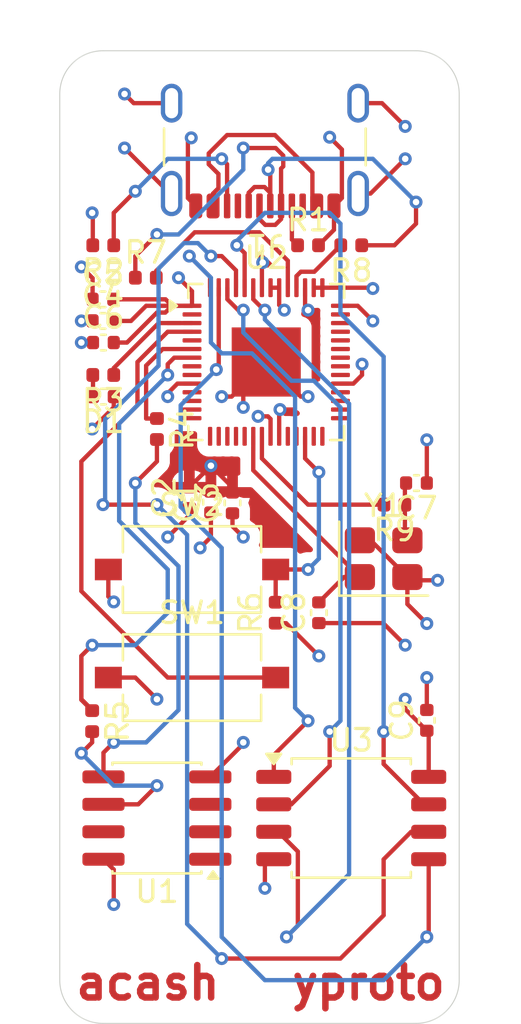
<source format=kicad_pcb>
(kicad_pcb (version 20241229) (generator "pcbnew") (generator_version "9.0")
  (layers (0 "F.Cu" signal) (4 "In1.Cu" signal) (6 "In2.Cu" signal) (2 "B.Cu" signal) (13 "F.Paste" user) (15 "B.Paste" user) (5 "F.SilkS" user "F.Silkscreen") (7 "B.SilkS" user "B.Silkscreen") (1 "F.Mask" user) (3 "B.Mask" user) (25 "Edge.Cuts" user))
  (net 0 "")
  (net 1 "/GPIO4")
  (net 2 "Earth")
  (net 3 "/GPIO5")
  (net 4 "/RUN")
  (net 5 "/GPIO1")
  (net 6 "+3V3")
  (net 7 "/GPIO2")
  (net 9 "Net-(U1-SDA)")
  (net 13 "Net-(U1-SCL)")
  (net 22 "/XIN")
  (net 23 "/QSPI_SD0")
  (net 24 "/QSPI_SS")
  (net 27 "/USB_DP")
  (net 28 "+1V1")
  (net 30 "/XOUT")
  (net 33 "/QSPI_SCLK")
  (net 36 "/QSPI_SD1")
  (net 44 "/USB_DM")
  (net 47 "/QSPI_SD3")
  (net 48 "/QSPI_SD2")
  (net 54 "Net-(C7-Pad2)")
  (net 55 "Net-(D1-A)")
  (net 56 "Net-(J1-D--PadA7)")
  (net 57 "VBUS")
  (net 58 "Net-(J1-CC2)")
  (net 60 "Net-(J1-D+-PadA6)")
  (net 61 "Net-(J1-CC1)")
  (footprint "Capacitor_SMD:C_0402_1005Metric" (layer "F.Cu") (at 117 112.5)
    (property "Reference" "C4")
    (property "Value" "100nF")
  )
  (footprint "Inductor_SMD:L_0402_1005Metric" (layer "F.Cu") (at 125 126 90)
    (property "Reference" "R6")
    (property "Value" "10k")
  )
  (footprint "Capacitor_SMD:C_0402_1005Metric" (layer "F.Cu") (at 117 111.5)
    (property "Reference" "C5")
    (property "Value" "10uF")
  )
  (footprint "Inductor_SMD:L_0402_1005Metric" (layer "F.Cu") (at 130.5 121 180)
    (property "Reference" "R9")
    (property "Value" "1k")
  )
  (footprint "Capacitor_SMD:C_0402_1005Metric" (layer "F.Cu") (at 131.52 120 180)
    (property "Reference" "C7")
    (property "Value" "15pF")
  )
  (footprint "Capacitor_SMD:C_0402_1005Metric" (layer "F.Cu") (at 132 130.98 90)
    (property "Reference" "C9")
    (property "Value" "100nF")
  )
  (footprint "Capacitor_SMD:C_0402_1005Metric" (layer "F.Cu") (at 122 120.88 90)
    (property "Reference" "C1")
    (property "Value" "1uF")
  )
  (footprint "Inductor_SMD:L_0402_1005Metric" (layer "F.Cu") (at 117.015 115 180)
    (property "Reference" "R3")
    (property "Value" "470")
  )
  (footprint "Capacitor_SMD:C_0402_1005Metric" (layer "F.Cu") (at 123 120.92 90)
    (property "Reference" "C3")
    (property "Value" "100nF")
  )
  (footprint "Inductor_SMD:L_0402_1005Metric" (layer "F.Cu") (at 128.5 109 180)
    (property "Reference" "R8")
    (property "Value" "27")
  )
  (footprint "Inductor_SMD:L_0402_1005Metric" (layer "F.Cu") (at 118.985 110.5)
    (property "Reference" "R7")
    (property "Value" "27")
  )
  (footprint "Inductor_SMD:L_0402_1005Metric" (layer "F.Cu") (at 117.015 109 180)
    (property "Reference" "R2")
    (property "Value" "5.1k")
  )
  (footprint "Capacitor_SMD:C_0402_1005Metric" (layer "F.Cu") (at 121 120.68 90)
    (property "Reference" "C2")
    (property "Value" "100nF")
  )
  (footprint "Button_Switch_SMD:SW_Tactile_SPST_NO_Straight_CK_PTS636Sx25SMTRLFS" (layer "F.Cu") (at 121.125 124)
    (property "Reference" "SW2")
    (property "Value" "RESET")
  )
  (footprint "Connector_USB:USB_C_Receptacle_GCT_USB4105-xx-A_16P_TopMnt_Horizontal" (layer "F.Cu") (at 124.5 103.5 180)
    (property "Reference" "J1")
    (property "Value" "USB_C_Receptacle_USB2.0_16P")
  )
  (footprint "Button_Switch_SMD:SW_Tactile_SPST_NO_Straight_CK_PTS636Sx25SMTRLFS" (layer "F.Cu") (at 121.125 129)
    (property "Reference" "SW1")
    (property "Value" "BOOTSEC")
  )
  (footprint "Capacitor_SMD:C_0402_1005Metric" (layer "F.Cu") (at 127 126 90)
    (property "Reference" "C8")
    (property "Value" "15pF")
  )
  (footprint "Inductor_SMD:L_0402_1005Metric" (layer "F.Cu") (at 116.5 131.015 -90)
    (property "Reference" "R5")
    (property "Value" "4.7k")
  )
  (footprint "Package_SO:SOIC-8_3.9x4.9mm_P1.27mm" (layer "F.Cu") (at 119.5 135.5 180)
    (property "Reference" "U1")
    (property "Value" "ATECC608A-SSHDA")
  )
  (footprint "Package_SO:SOIC-8_5.3x5.3mm_P1.27mm" (layer "F.Cu") (at 128.5 135.5)
    (property "Reference" "U3")
    (property "Value" "W25Q128JVS")
  )
  (footprint "Package_DFN_QFN:QFN-56-1EP_7x7mm_P0.4mm_EP3.2x3.2mm" (layer "F.Cu") (at 124.5625 114.4)
    (property "Reference" "U2")
    (property "Value" "RP2040")
  )
  (footprint "Inductor_SMD:L_0402_1005Metric" (layer "F.Cu") (at 119.5 117.5 -90)
    (property "Reference" "R4")
    (property "Value" "4.7k")
  )
  (footprint "Crystal:Crystal_SMD_Abracon_ABM8G-4Pin_3.2x2.5mm" (layer "F.Cu") (at 130 123.5)
    (property "Reference" "Y1")
    (property "Value" "12MHz")
  )
  (footprint "Capacitor_SMD:C_0402_1005Metric" (layer "F.Cu") (at 117.02 116 180)
    (property "Reference" "D1")
    (property "Value" "LED")
  )
  (footprint "Capacitor_SMD:C_0402_1005Metric" (layer "F.Cu") (at 117.02 113.5)
    (property "Reference" "C6")
    (property "Value" "1uF")
  )
  (footprint "Inductor_SMD:L_0402_1005Metric" (layer "F.Cu") (at 126.5 109)
    (property "Reference" "R1")
    (property "Value" "5.1k")
  )
  (gr_line (start 133.5 102) (end 133.5 143) (stroke (width 0.05)) (layer "Edge.Cuts"))
  (gr_arc (start 133.5 143) (mid 132.914214 144.414214) (end 131.5 145) (stroke (width 0.05)) (layer "Edge.Cuts"))
  (gr_line (start 115 143) (end 115 102) (stroke (width 0.05)) (layer "Edge.Cuts"))
  (gr_line (start 131.5 145) (end 117 145) (stroke (width 0.05)) (layer "Edge.Cuts"))
  (gr_line (start 117 100) (end 131.5 100) (stroke (width 0.05)) (layer "Edge.Cuts"))
  (gr_arc (start 117 145) (mid 115.585786 144.414214) (end 115 143) (stroke (width 0.05)) (layer "Edge.Cuts"))
  (gr_arc (start 115 102) (mid 115.585786 100.585786) (end 117 100) (stroke (width 0.05)) (layer "Edge.Cuts"))
  (gr_arc (start 131.5 100) (mid 132.914214 100.585786) (end 133.5 102) (stroke (width 0.05)) (layer "Edge.Cuts"))
  (gr_text "acash\n" (at 115.6 144 0) (layer "F.Cu") (effects (font (size 1.5 1.5) (thickness 0.3) (bold yes)) (justify left bottom)))
  (gr_text "yproto" (at 133 144 0) (layer "F.Cu") (effects (font (size 1.5 1.5) (thickness 0.3) (bold yes)) (justify right bottom)))
  (segment (start 119.7671 113.8) (end 121.125 113.8) (width 0.2) (layer "F.Cu") (net 1))
  (segment (start 119.5 117.015) (end 119 117.015) (width 0.2) (layer "F.Cu") (net 1))
  (segment (start 119 117.015) (end 119 114.5671) (width 0.2) (layer "F.Cu") (net 1))
  (segment (start 119 114.5671) (end 119.7671 113.8) (width 0.2) (layer "F.Cu") (net 1))
  (segment (start 122 121.36) (end 122 122.5) (width 0.2) (layer "F.Cu") (net 2))
  (segment (start 122.5 116) (end 122.9625 116) (width 0.2) (layer "F.Cu") (net 2))
  (segment (start 117.25 124) (end 117.25 125.25) (width 0.2) (layer "F.Cu") (net 2))
  (segment (start 120.18 102.425) (end 118.425 102.425) (width 0.2) (layer "F.Cu") (net 2))
  (segment (start 132.5 124.5) (end 131.25 124.5) (width 0.2) (layer "F.Cu") (net 2))
  (segment (start 124.595 137.405) (end 124.9125 137.405) (width 0.2) (layer "F.Cu") (net 2))
  (segment (start 116.52 112.5) (end 116 112.5) (width 0.2) (layer "F.Cu") (net 2))
  (segment (start 129.395 106.605) (end 131 105) (width 0.2) (layer "F.Cu") (net 2))
  (segment (start 128.066 106.814) (end 128.066 104.566) (width 0.2) (layer "F.Cu") (net 2))
  (segment (start 127.7 107.18) (end 128.066 106.814) (width 0.2) (layer "F.Cu") (net 2))
  (segment (start 121.975 133.595) (end 123.5 132.07) (width 0.2) (layer "F.Cu") (net 2))
  (segment (start 123.5 132.07) (end 123.5 132) (width 0.2) (layer "F.Cu") (net 2))
  (segment (start 116.53 107.53) (end 116.5 107.5) (width 0.2) (layer "F.Cu") (net 2))
  (segment (start 122 122.5) (end 121.5 123) (width 0.2) (layer "F.Cu") (net 2))
  (segment (start 123.5 116.5) (end 123.5 115.4625) (width 0.2) (layer "F.Cu") (net 2))
  (segment (start 124.4625 114.5) (end 124.5625 114.4) (width 0.2) (layer "F.Cu") (net 2))
  (segment (start 126.1625 116) (end 124.5625 114.4) (width 0.2) (layer "F.Cu") (net 2))
  (segment (start 117.5 116) (end 117.5 116.5) (width 0.2) (layer "F.Cu") (net 2))
  (segment (start 116.53 109) (end 116.53 107.53) (width 0.2) (layer "F.Cu") (net 2))
  (segment (start 118.425 102.425) (end 118 102) (width 0.2) (layer "F.Cu") (net 2))
  (segment (start 121.3 107.18) (end 120.934 106.814) (width 0.2) (layer "F.Cu") (net 2))
  (segment (start 118.5 129) (end 119.5 130) (width 0.2) (layer "F.Cu") (net 2))
  (segment (start 120.934 104.184885) (end 121.089932 104.028953) (width 0.2) (layer "F.Cu") (net 2))
  (segment (start 117.5 116.5) (end 116.5 117.5) (width 0.2) (layer "F.Cu") (net 2))
  (segment (start 126.5 116) (end 126.1625 116) (width 0.2) (layer "F.Cu") (net 2))
  (segment (start 123 122) (end 123.5 122.5) (width 0.2) (layer "F.Cu") (net 2))
  (segment (start 121 121.16) (end 121 121.5) (width 0.2) (layer "F.Cu") (net 2))
  (segment (start 131 127.5) (end 129.98 126.48) (width 0.2) (layer "F.Cu") (net 2))
  (segment (start 129.4 122.65) (end 131.1 124.35) (width 0.2) (layer "F.Cu") (net 2))
  (segment (start 131.25 124.5) (end 131.1 124.35) (width 0.2) (layer "F.Cu") (net 2))
  (segment (start 117.25 125.25) (end 117.5 125.5) (width 0.2) (layer "F.Cu") (net 2))
  (segment (start 124.5 138.75) (end 124.5 137.5) (width 0.2) (layer "F.Cu") (net 2))
  (segment (start 127.7 108.285) (end 127.7 107.18) (width 0.2) (layer "F.Cu") (net 2))
  (segment (start 126.985 109) (end 127.7 108.285) (width 0.2) (layer "F.Cu") (net 2))
  (segment (start 121 121.5) (end 120 122.5) (width 0.2) (layer "F.Cu") (net 2))
  (segment (start 116.52 110.52) (end 116 110) (width 0.2) (layer "F.Cu") (net 2))
  (segment (start 116.52 111.5) (end 116.52 110.52) (width 0.2) (layer "F.Cu") (net 2))
  (segment (start 128.82 102.425) (end 129.925 102.425) (width 0.2) (layer "F.Cu") (net 2))
  (segment (start 124.5 137.5) (end 124.595 137.405) (width 0.2) (layer "F.Cu") (net 2))
  (segment (start 120.105 106.605) (end 118 104.5) (width 0.2) (layer "F.Cu") (net 2))
  (segment (start 116.54 113.5) (end 116 113.5) (width 0.2) (layer "F.Cu") (net 2))
  (segment (start 132 120) (end 132 118) (width 0.2) (layer "F.Cu") (net 2))
  (segment (start 120.18 106.605) (end 120.105 106.605) (width 0.2) (layer "F.Cu") (net 2))
  (segment (start 132 130.5) (end 132 129) (width 0.2) (layer "F.Cu") (net 2))
  (segment (start 131.1 125.6) (end 132 126.5) (width 0.2) (layer "F.Cu") (net 2))
  (segment (start 129.925 102.425) (end 131 103.5) (width 0.2) (layer "F.Cu") (net 2))
  (segment (start 122.9625 116) (end 124.5625 114.4) (width 0.2) (layer "F.Cu") (net 2))
  (segment (start 128.066 104.566) (end 127.5 104) (width 0.2) (layer "F.Cu") (net 2))
  (segment (start 120.934 106.814) (end 120.934 104.184885) (width 0.2) (layer "F.Cu") (net 2))
  (segment (start 128.82 106.605) (end 129.395 106.605) (width 0.2) (layer "F.Cu") (net 2))
  (segment (start 117.25 129) (end 118.5 129) (width 0.2) (layer "F.Cu") (net 2))
  (segment (start 128.9 122.65) (end 129.4 122.65) (width 0.2) (layer "F.Cu") (net 2))
  (segment (start 129.98 126.48) (end 127 126.48) (width 0.2) (layer "F.Cu") (net 2))
  (segment (start 123.5 115.4625) (end 124.5625 114.4) (width 0.2) (layer "F.Cu") (net 2))
  (segment (start 123 121.4) (end 123 122) (width 0.2) (layer "F.Cu") (net 2))
  (segment (start 131.1 124.35) (end 131.1 125.6) (width 0.2) (layer "F.Cu") (net 2))
  (via (at 121.5 123) (size 0.6) (drill 0.3) (layers "F.Cu" "B.Cu") (net 2))
  (via (at 132.5 124.5) (size 0.6) (drill 0.3) (layers "F.Cu" "B.Cu") (net 2))
  (via (at 123.5 122.5) (size 0.6) (drill 0.3) (layers "F.Cu" "B.Cu") (net 2))
  (via (at 123.5 132) (size 0.6) (drill 0.3) (layers "F.Cu" "B.Cu") (net 2))
  (via (at 116.5 117.5) (size 0.6) (drill 0.3) (layers "F.Cu" "B.Cu") (net 2))
  (via (at 118 102) (size 0.6) (drill 0.3) (layers "F.Cu" "B.Cu") (net 2))
  (via (at 132 118) (size 0.6) (drill 0.3) (layers "F.Cu" "B.Cu") (net 2))
  (via (at 132 126.5) (size 0.6) (drill 0.3) (layers "F.Cu" "B.Cu") (net 2))
  (via (at 120 122.5) (size 0.6) (drill 0.3) (layers "F.Cu" "B.Cu") (net 2))
  (via (at 119.5 130) (size 0.6) (drill 0.3) (layers "F.Cu" "B.Cu") (net 2))
  (via (at 124.5 138.75) (size 0.6) (drill 0.3) (layers "F.Cu" "B.Cu") (net 2))
  (via (at 131 105) (size 0.6) (drill 0.3) (layers "F.Cu" "B.Cu") (net 2))
  (via (at 123.5 116.5) (size 0.6) (drill 0.3) (layers "F.Cu" "B.Cu") (net 2))
  (via (at 116 110) (size 0.6) (drill 0.3) (layers "F.Cu" "B.Cu") (net 2))
  (via (at 122.5 116) (size 0.6) (drill 0.3) (layers "F.Cu" "B.Cu") (net 2))
  (via (at 116 113.5) (size 0.6) (drill 0.3) (layers "F.Cu" "B.Cu") (net 2))
  (via (at 127.5 104) (size 0.6) (drill 0.3) (layers "F.Cu" "B.Cu") (net 2))
  (via (at 118 104.5) (size 0.6) (drill 0.3) (layers "F.Cu" "B.Cu") (net 2))
  (via (at 116 112.5) (size 0.6) (drill 0.3) (layers "F.Cu" "B.Cu") (net 2))
  (via (at 116.5 107.5) (size 0.6) (drill 0.3) (layers "F.Cu" "B.Cu") (net 2))
  (via (at 121.089932 104.028953) (size 0.6) (drill 0.3) (layers "F.Cu" "B.Cu") (net 2))
  (via (at 126.5 116) (size 0.6) (drill 0.3) (layers "F.Cu" "B.Cu") (net 2))
  (via (at 132 129) (size 0.6) (drill 0.3) (layers "F.Cu" "B.Cu") (net 2))
  (via (at 131 127.5) (size 0.6) (drill 0.3) (layers "F.Cu" "B.Cu") (net 2))
  (via (at 131 103.5) (size 0.6) (drill 0.3) (layers "F.Cu" "B.Cu") (net 2))
  (via (at 117.5 125.5) (size 0.6) (drill 0.3) (layers "F.Cu" "B.Cu") (net 2))
  (segment (start 116 130.03) (end 116.5 130.53) (width 0.2) (layer "F.Cu") (net 3))
  (segment (start 116.5 130.5) (end 116 130) (width 0.2) (layer "F.Cu") (net 3))
  (segment (start 120.3 114.2) (end 120 114.5) (width 0.2) (layer "F.Cu") (net 3))
  (segment (start 116.5 127.5) (end 116 128) (width 0.2) (layer "F.Cu") (net 3))
  (segment (start 120 114.5) (end 120 115) (width 0.2) (layer "F.Cu") (net 3))
  (segment (start 116 128) (end 116 130.03) (width 0.2) (layer "F.Cu") (net 3))
  (segment (start 116.5 130.53) (end 116.5 130.5) (width 0.2) (layer "F.Cu") (net 3))
  (segment (start 116 130) (end 116 128) (width 0.2) (layer "F.Cu") (net 3))
  (segment (start 121.125 114.2) (end 120.3 114.2) (width 0.2) (layer "F.Cu") (net 3))
  (via (at 116.5 127.5) (size 0.6) (drill 0.3) (layers "F.Cu" "B.Cu") (net 3))
  (via (at 120 115) (size 0.6) (drill 0.3) (layers "F.Cu" "B.Cu") (net 3))
  (segment (start 117.75 117.25) (end 120 115) (width 0.2) (layer "B.Cu") (net 3))
  (segment (start 120 124) (end 117.75 121.75) (width 0.2) (layer "B.Cu") (net 3))
  (segment (start 116.5 127.5) (end 118.5 127.5) (width 0.2) (layer "B.Cu") (net 3))
  (segment (start 120 126) (end 120 124) (width 0.2) (layer "B.Cu") (net 3))
  (segment (start 118.5 127.5) (end 120 126) (width 0.2) (layer "B.Cu") (net 3))
  (segment (start 117.75 121.75) (end 117.75 117.25) (width 0.2) (layer "B.Cu") (net 3))
  (segment (start 125 125.515) (end 125 124) (width 0.2) (layer "F.Cu") (net 4))
  (segment (start 126.3625 118.8625) (end 127 119.5) (width 0.2) (layer "F.Cu") (net 4))
  (segment (start 125 124) (end 126.5 124) (width 0.2) (layer "F.Cu") (net 4))
  (segment (start 126.3625 117.8375) (end 126.3625 118.8625) (width 0.2) (layer "F.Cu") (net 4))
  (via (at 127 119.5) (size 0.6) (drill 0.3) (layers "F.Cu" "B.Cu") (net 4))
  (via (at 126.5 124) (size 0.6) (drill 0.3) (layers "F.Cu" "B.Cu") (net 4))
  (segment (start 126.5 124) (end 127 123.5) (width 0.2) (layer "B.Cu") (net 4))
  (segment (start 127 123.5) (end 127 119.5) (width 0.2) (layer "B.Cu") (net 4))
  (segment (start 121.125 112.6) (end 120.001 112.6) (width 0.2) (layer "F.Cu") (net 5))
  (segment (start 120.001 112.6) (end 120 112.599) (width 0.2) (layer "F.Cu") (net 5))
  (segment (start 117.5 114.680001) (end 119.581001 112.599) (width 0.2) (layer "F.Cu") (net 5))
  (segment (start 120 112.599) (end 120.588726 112.599) (width 0.2) (layer "F.Cu") (net 5))
  (segment (start 117.5 115) (end 117.5 114.680001) (width 0.2) (layer "F.Cu") (net 5))
  (segment (start 119.581001 112.599) (end 120 112.599) (width 0.2) (layer "F.Cu") (net 5))
  (segment (start 128 115.4) (end 128.6 115.4) (width 0.2) (layer "F.Cu") (net 6))
  (segment (start 121.125 115.4) (end 120.449943 115.4) (width 0.2) (layer "F.Cu") (net 6))
  (segment (start 129 114.5) (end 129 115) (width 0.2) (layer "F.Cu") (net 6))
  (segment (start 128.6 115.4) (end 129 115) (width 0.2) (layer "F.Cu") (net 6))
  (segment (start 120.449943 115.4) (end 120 115.849943) (width 0.2) (layer "F.Cu") (net 6))
  (segment (start 117.5 139.5) (end 117.5 137.88) (width 0.2) (layer "F.Cu") (net 6))
  (segment (start 125.1625 111.7625) (end 125.4 112) (width 0.2) (layer "F.Cu") (net 6))
  (segment (start 119 111.8) (end 118.3 112.5) (width 0.2) (layer "F.Cu") (net 6))
  (segment (start 118.112901 113.5) (end 119.5 112.112901) (width 0.2) (layer "F.Cu") (net 6))
  (segment (start 121.125 111.125) (end 120.5 110.5) (width 0.2) (layer "F.Cu") (net 6))
  (segment (start 125.485 126.485) (end 127 128) (width 0.2) (layer "F.Cu") (net 6))
  (segment (start 121.125 111.8) (end 121.125 111.125) (width 0.2) (layer "F.Cu") (net 6))
  (segment (start 124.7625 117.0375) (end 124.7625 117.8375) (width 0.2) (layer "F.Cu") (net 6))
  (segment (start 117.5 137.88) (end 117.025 137.405) (width 0.2) (layer "F.Cu") (net 6))
  (segment (start 124.183986 116.914927) (end 124.639927 116.914927) (width 0.2) (layer "F.Cu") (net 6))
  (segment (start 121.125 111.8) (end 119.5 111.8) (width 0.2) (layer "F.Cu") (net 6))
  (segment (start 117.5 113.5) (end 118.112901 113.5) (width 0.2) (layer "F.Cu") (net 6))
  (segment (start 125.1625 110.9625) (end 125.1625 111.7625) (width 0.2) (layer "F.Cu") (net 6))
  (segment (start 119.5 111.8) (end 119 111.8) (width 0.2) (layer "F.Cu") (net 6))
  (segment (start 124.7625 110.9625) (end 125.1625 110.9625) (width 0.2) (layer "F.Cu") (net 6))
  (segment (start 132.0875 133.595) (end 132.0875 131.5475) (width 0.2) (layer "F.Cu") (net 6))
  (segment (start 131 130.46) (end 131 130) (width 0.2) (layer "F.Cu") (net 6))
  (segment (start 127.1625 110.9625) (end 129.4625 110.9625) (width 0.2) (layer "F.Cu") (net 6))
  (segment (start 132 131.46) (end 131 130.46) (width 0.2) (layer "F.Cu") (net 6))
  (segment (start 119.887099 112.112901) (end 120.2 111.8) (width 0.2) (layer "F.Cu") (net 6))
  (segment (start 125 126.485) (end 125.485 126.485) (width 0.2) (layer "F.Cu") (net 6))
  (segment (start 119.5 112.112901) (end 119.887099 112.112901) (width 0.2) (layer "F.Cu") (net 6))
  (segment (start 120.2 111.8) (end 119.9 111.5) (width 0.2) (layer "F.Cu") (net 6))
  (segment (start 127.1625 110.9625) (end 126.7625 110.9625) (width 0.2) (layer "F.Cu") (net 6))
  (segment (start 128.8 111.8) (end 129.5 112.5) (width 0.2) (layer "F.Cu") (net 6))
  (segment (start 132.0875 131.5475) (end 132 131.46) (width 0.2) (layer "F.Cu") (net 6))
  (segment (start 129.4625 110.9625) (end 129.5 111) (width 0.2) (layer "F.Cu") (net 6))
  (segment (start 118.3 112.5) (end 117.48 112.5) (width 0.2) (layer "F.Cu") (net 6))
  (segment (start 124.639927 116.914927) (end 124.7625 117.0375) (width 0.2) (layer "F.Cu") (net 6))
  (segment (start 128 111.8) (end 128.8 111.8) (width 0.2) (layer "F.Cu") (net 6))
  (segment (start 120 115.849943) (end 120 116) (width 0.2) (layer "F.Cu") (net 6))
  (segment (start 119.9 111.5) (end 117.48 111.5) (width 0.2) (layer "F.Cu") (net 6))
  (segment (start 121.125 111.8) (end 120.2 111.8) (width 0.2) (layer "F.Cu") (net 6))
  (via (at 131 130) (size 0.6) (drill 0.3) (layers "F.Cu" "B.Cu") (net 6))
  (via (at 125.4 112) (size 0.6) (drill 0.3) (layers "F.Cu" "B.Cu") (net 6))
  (via (at 120 116) (size 0.6) (drill 0.3) (layers "F.Cu" "B.Cu") (net 6))
  (via (at 129.5 112.5) (size 0.6) (drill 0.3) (layers "F.Cu" "B.Cu") (net 6))
  (via (at 124.183986 116.914927) (size 0.6) (drill 0.3) (layers "F.Cu" "B.Cu") (net 6))
  (via (at 129.5 111) (size 0.6) (drill 0.3) (layers "F.Cu" "B.Cu") (net 6))
  (via (at 117.5 139.5) (size 0.6) (drill 0.3) (layers "F.Cu" "B.Cu") (net 6))
  (via (at 129 114.5) (size 0.6) (drill 0.3) (layers "F.Cu" "B.Cu") (net 6))
  (via (at 127 128) (size 0.6) (drill 0.3) (layers "F.Cu" "B.Cu") (net 6))
  (via (at 120.5 110.5) (size 0.6) (drill 0.3) (layers "F.Cu" "B.Cu") (net 6))
  (segment (start 116 125) (end 120 129) (width 0.2) (layer "F.Cu") (net 7))
  (segment (start 118.599 114.401) (end 118.599 116.401) (width 0.2) (layer "F.Cu") (net 7))
  (segment (start 121.125 113) (end 120 113) (width 0.2) (layer "F.Cu") (net 7))
  (segment (start 120 113) (end 118.599 114.401) (width 0.2) (layer "F.Cu") (net 7))
  (segment (start 116 119) (end 116 125) (width 0.2) (layer "F.Cu") (net 7))
  (segment (start 120 129) (end 125 129) (width 0.2) (layer "F.Cu") (net 7))
  (segment (start 118.599 116.401) (end 116 119) (width 0.2) (layer "F.Cu") (net 7))
  (segment (start 119.5 117.985) (end 119.5 119) (width 0.2) (layer "F.Cu") (net 9))
  (segment (start 117.025 132.475) (end 117.5 132) (width 0.2) (layer "F.Cu") (net 9))
  (segment (start 119.5 119) (end 118.5 120) (width 0.2) (layer "F.Cu") (net 9))
  (segment (start 117.025 133.595) (end 117.025 132.475) (width 0.2) (layer "F.Cu") (net 9))
  (via (at 118.5 120) (size 0.6) (drill 0.3) (layers "F.Cu" "B.Cu") (net 9))
  (via (at 117.5 132) (size 0.6) (drill 0.3) (layers "F.Cu" "B.Cu") (net 9))
  (segment (start 117.5 132) (end 119 132) (width 0.2) (layer "B.Cu") (net 9))
  (segment (start 118.5 121.849943) (end 118.5 120) (width 0.2) (layer "B.Cu") (net 9))
  (segment (start 119 132) (end 120.498 130.502) (width 0.2) (layer "B.Cu") (net 9))
  (segment (start 120.498 123.847943) (end 118.5 121.849943) (width 0.2) (layer "B.Cu") (net 9))
  (segment (start 120.498 130.502) (end 120.498 123.847943) (width 0.2) (layer "B.Cu") (net 9))
  (segment (start 116.5 132) (end 116 132.5) (width 0.2) (layer "F.Cu") (net 13))
  (segment (start 118.635 134.865) (end 119.5 134) (width 0.2) (layer "F.Cu") (net 13))
  (segment (start 117.025 134.865) (end 118.635 134.865) (width 0.2) (layer "F.Cu") (net 13))
  (segment (start 116.5 131.5) (end 116.5 132) (width 0.2) (layer "F.Cu") (net 13))
  (via (at 116 132.5) (size 0.6) (drill 0.3) (layers "F.Cu" "B.Cu") (net 13))
  (via (at 119.5 134) (size 0.6) (drill 0.3) (layers "F.Cu" "B.Cu") (net 13))
  (segment (start 119.5 134) (end 117.5 134) (width 0.2) (layer "B.Cu") (net 13))
  (segment (start 117.5 134) (end 116 132.5) (width 0.2) (layer "B.Cu") (net 13))
  (segment (start 128.9 124.35) (end 128.17 124.35) (width 0.2) (layer "F.Cu") (net 22))
  (segment (start 123.9625 118.499) (end 123.9615 118.5) (width 0.2) (layer "F.Cu") (net 22))
  (segment (start 123.9615 119.4115) (end 123.9615 118.5) (width 0.2) (layer "F.Cu") (net 22))
  (segment (start 123.9615 118.5) (end 123.9615 118.371774) (width 0.2) (layer "F.Cu") (net 22))
  (segment (start 128.17 124.35) (end 127 125.52) (width 0.2) (layer "F.Cu") (net 22))
  (segment (start 123.9625 117.8375) (end 123.9625 118.499) (width 0.2) (layer "F.Cu") (net 22))
  (segment (start 128.9 124.35) (end 123.9615 119.4115) (width 0.2) (layer "F.Cu") (net 22))
  (segment (start 132.0875 136.135) (end 131.275001 136.135) (width 0.2) (layer "F.Cu") (net 23))
  (segment (start 119.5 121) (end 117 121) (width 0.2) (layer "F.Cu") (net 23))
  (segment (start 123.1625 110.1625) (end 122.5 109.5) (width 0.2) (layer "F.Cu") (net 23))
  (segment (start 130 140) (end 129.5 140.5) (width 0.2) (layer "F.Cu") (net 23))
  (segment (start 123.1625 110.9625) (end 123.1625 110.1625) (width 0.2) (layer "F.Cu") (net 23))
  (segment (start 131.275001 136.135) (end 130 137.410001) (width 0.2) (layer "F.Cu") (net 23))
  (segment (start 122.5 109.5) (end 122 109.5) (width 0.2) (layer "F.Cu") (net 23))
  (segment (start 128 142) (end 122.5 142) (width 0.2) (layer "F.Cu") (net 23))
  (segment (start 130 137.410001) (end 130 140) (width 0.2) (layer "F.Cu") (net 23))
  (segment (start 129.5 140.5) (end 128 142) (width 0.2) (layer "F.Cu") (net 23))
  (via (at 117 121) (size 0.6) (drill 0.3) (layers "F.Cu" "B.Cu") (net 23))
  (via (at 122 109.5) (size 0.6) (drill 0.3) (layers "F.Cu" "B.Cu") (net 23))
  (via (at 119.5 121) (size 0.6) (drill 0.3) (layers "F.Cu" "B.Cu") (net 23))
  (via (at 122.5 142) (size 0.6) (drill 0.3) (layers "F.Cu" "B.Cu") (net 23))
  (segment (start 121.399 108.899) (end 122 109.5) (width 0.2) (layer "B.Cu") (net 23))
  (segment (start 120.751057 108.899) (end 121.399 108.899) (width 0.2) (layer "B.Cu") (net 23))
  (segment (start 117.101 120.899) (end 117.101 117.049057) (width 0.2) (layer "B.Cu") (net 23))
  (segment (start 120.899 122.399) (end 119.5 121) (width 0.2) (layer "B.Cu") (net 23))
  (segment (start 117.101 117.049057) (end 119.575029 114.575029) (width 0.2) (layer "B.Cu") (net 23))
  (segment (start 120.899 140.399) (end 120.899 122.399) (width 0.2) (layer "B.Cu") (net 23))
  (segment (start 122.5 142) (end 120.899 140.399) (width 0.2) (layer "B.Cu") (net 23))
  (segment (start 117 121) (end 117.101 120.899) (width 0.2) (layer "B.Cu") (net 23))
  (segment (start 119.575029 110.075028) (end 120.751057 108.899) (width 0.2) (layer "B.Cu") (net 23))
  (segment (start 119.575029 114.575029) (end 119.575029 110.075028) (width 0.2) (layer "B.Cu") (net 23))
  (segment (start 121.9625 110.4625) (end 121 109.5) (width 0.2) (layer "F.Cu") (net 24))
  (segment (start 124.9125 132.5875) (end 126.5 131) (width 0.2) (layer "F.Cu") (net 24))
  (segment (start 124.9125 133.595) (end 124.9125 132.5875) (width 0.2) (layer "F.Cu") (net 24))
  (segment (start 121.9625 110.9625) (end 121.9625 110.4625) (width 0.2) (layer "F.Cu") (net 24))
  (via (at 126.5 131) (size 0.6) (drill 0.3) (layers "F.Cu" "B.Cu") (net 24))
  (via (at 121 109.5) (size 0.6) (drill 0.3) (layers "F.Cu" "B.Cu") (net 24))
  (segment (start 122 110.5) (end 121 109.5) (width 0.2) (layer "B.Cu") (net 24))
  (segment (start 122.5 114) (end 122 113.5) (width 0.2) (layer "B.Cu") (net 24))
  (segment (start 125.899 116) (end 123.899 114) (width 0.2) (layer "B.Cu") (net 24))
  (segment (start 126.5 131) (end 125.899 130.399) (width 0.2) (layer "B.Cu") (net 24))
  (segment (start 125.899 130.399) (end 125.899 116) (width 0.2) (layer "B.Cu") (net 24))
  (segment (start 122 113.5) (end 122 110.5) (width 0.2) (layer "B.Cu") (net 24))
  (segment (start 123.899 114) (end 122.5 114) (width 0.2) (layer "B.Cu") (net 24))
  (segment (start 124.248943 108.399) (end 125.5625 109.712557) (width 0.2) (layer "F.Cu") (net 27))
  (segment (start 125.5625 109.712557) (end 125.5625 110.9625) (width 0.2) (layer "F.Cu") (net 27))
  (segment (start 119.47 110.5) (end 119.47 110.180001) (width 0.2) (layer "F.Cu") (net 27))
  (segment (start 121.251001 108.399) (end 124.248943 108.399) (width 0.2) (layer "F.Cu") (net 27))
  (segment (start 119.47 110.180001) (end 121.251001 108.399) (width 0.2) (layer "F.Cu") (net 27))
  (segment (start 123 120.2) (end 122 119.2) (width 0.2) (layer "F.Cu") (net 28))
  (segment (start 126.3625 111.8625) (end 126.5 112) (width 0.2) (layer "F.Cu") (net 28))
  (segment (start 122 120.4) (end 122 119.2) (width 0.2) (layer "F.Cu") (net 28))
  (segment (start 126.3625 110.9625) (end 126.3625 111.8625) (width 0.2) (layer "F.Cu") (net 28))
  (segment (start 124.3625 109.8375) (end 124.4 109.8) (width 0.2) (layer "F.Cu") (net 28))
  (segment (start 125.1625 116.6375) (end 125.2 116.6) (width 0.2) (layer "F.Cu") (net 28))
  (segment (start 121 120.2) (end 122 119.2) (width 0.2) (layer "F.Cu") (net 28))
  (segment (start 123 120.44) (end 123 120.2) (width 0.2) (layer "F.Cu") (net 28))
  (segment (start 124.3625 110.9625) (end 124.3625 109.8375) (width 0.2) (layer "F.Cu") (net 28))
  (segment (start 125.1625 117.8375) (end 125.1625 116.6375) (width 0.2) (layer "F.Cu") (net 28))
  (via (at 122 119.2) (size 0.6) (drill 0.3) (layers "F.Cu" "B.Cu") (net 28))
  (via (at 126.5 112) (size 0.6) (drill 0.3) (layers "F.Cu" "B.Cu") (net 28))
  (via (at 125.2 116.6) (size 0.6) (drill 0.3) (layers "F.Cu" "B.Cu") (net 28))
  (via (at 124.4 109.8) (size 0.6) (drill 0.3) (layers "F.Cu" "B.Cu") (net 28))
  (segment (start 124.3625 118.8625) (end 124.3625 117.8375) (width 0.2) (layer "F.Cu") (net 30))
  (segment (start 130.015 121) (end 126.5 121) (width 0.2) (layer "F.Cu") (net 30))
  (segment (start 126.5 121) (end 124.3625 118.8625) (width 0.2) (layer "F.Cu") (net 30))
  (segment (start 130 133) (end 130 131.5) (width 0.2) (layer "F.Cu") (net 33))
  (segment (start 131.865 134.865) (end 130 133) (width 0.2) (layer "F.Cu") (net 33))
  (segment (start 132.0875 134.865) (end 131.865 134.865) (width 0.2) (layer "F.Cu") (net 33))
  (segment (start 123.5625 109.361502) (end 123.199998 108.999) (width 0.2) (layer "F.Cu") (net 33))
  (segment (start 123.5625 110.9625) (end 123.5625 109.361502) (width 0.2) (layer "F.Cu") (net 33))
  (via (at 123.199998 108.999) (size 0.6) (drill 0.3) (layers "F.Cu" "B.Cu") (net 33))
  (via (at 130 131.5) (size 0.6) (drill 0.3) (layers "F.Cu" "B.Cu") (net 33))
  (segment (start 127.5 107.5) (end 128 108) (width 0.2) (layer "B.Cu") (net 33))
  (segment (start 128 108) (end 128 112.150058) (width 0.2) (layer "B.Cu") (net 33))
  (segment (start 124.5 107.5) (end 127.5 107.5) (width 0.2) (layer "B.Cu") (net 33))
  (segment (start 123.199998 108.800002) (end 124.5 107.5) (width 0.2) (layer "B.Cu") (net 33))
  (segment (start 128 112.150058) (end 130 114.150057) (width 0.2) (layer "B.Cu") (net 33))
  (segment (start 130 114.150057) (end 130 131.5) (width 0.2) (layer "B.Cu") (net 33))
  (segment (start 123.199998 108.999) (end 123.199998 108.800002) (width 0.2) (layer "B.Cu") (net 33))
  (segment (start 132.0875 137.405) (end 132.0875 140.9125) (width 0.2) (layer "F.Cu") (net 36))
  (segment (start 122.3625 114.6375) (end 122.25 114.75) (width 0.2) (layer "F.Cu") (net 36))
  (segment (start 122.3625 110.9625) (end 122.3625 114.6375) (width 0.2) (layer "F.Cu") (net 36))
  (segment (start 132.0875 140.9125) (end 132 141) (width 0.2) (layer "F.Cu") (net 36))
  (via (at 122.25 114.75) (size 0.6) (drill 0.3) (layers "F.Cu" "B.Cu") (net 36))
  (via (at 132 141) (size 0.6) (drill 0.3) (layers "F.Cu" "B.Cu") (net 36))
  (segment (start 120.601 116.399) (end 122.25 114.75) (width 0.2) (layer "B.Cu") (net 36))
  (segment (start 132 141) (end 130 143) (width 0.2) (layer "B.Cu") (net 36))
  (segment (start 124.5 143) (end 122.5 141) (width 0.2) (layer "B.Cu") (net 36))
  (segment (start 130 143) (end 124.5 143) (width 0.2) (layer "B.Cu") (net 36))
  (segment (start 122.5 141) (end 122.5 123) (width 0.2) (layer "B.Cu") (net 36))
  (segment (start 120.601 121.101) (end 120.601 116.399) (width 0.2) (layer "B.Cu") (net 36))
  (segment (start 122.5 123) (end 120.601 121.101) (width 0.2) (layer "B.Cu") (net 36))
  (segment (start 126.165726 110.224) (end 125.9625 110.427226) (width 0.2) (layer "F.Cu") (net 44))
  (segment (start 126.791 110.224) (end 126.165726 110.224) (width 0.2) (layer "F.Cu") (net 44))
  (segment (start 125.9625 110.9625) (end 125.9625 110.427226) (width 0.2) (layer "F.Cu") (net 44))
  (segment (start 128.015 109) (end 126.791 110.224) (width 0.2) (layer "F.Cu") (net 44))
  (segment (start 124.5 112) (end 124.464726 112) (width 0.2) (layer "F.Cu") (net 47))
  (segment (start 126.026 137.04601) (end 126.026 140.474) (width 0.2) (layer "F.Cu") (net 47))
  (segment (start 125.11499 136.135) (end 126.026 137.04601) (width 0.2) (layer "F.Cu") (net 47))
  (segment (start 124.464726 112) (end 123.9615 111.496774) (width 0.2) (layer "F.Cu") (net 47))
  (segment (start 126.026 140.474) (end 125.5 141) (width 0.2) (layer "F.Cu") (net 47))
  (segment (start 123.9625 110.9625) (end 123.9625 111.495774) (width 0.2) (layer "F.Cu") (net 47))
  (segment (start 124.9125 136.135) (end 125.11499 136.135) (width 0.2) (layer "F.Cu") (net 47))
  (segment (start 123.9625 111.495774) (end 123.9615 111.496774) (width 0.2) (layer "F.Cu") (net 47))
  (via (at 125.5 141) (size 0.6) (drill 0.3) (layers "F.Cu" "B.Cu") (net 47))
  (via (at 124.5 112) (size 0.6) (drill 0.3) (layers "F.Cu" "B.Cu") (net 47))
  (segment (start 124.5 112.4329) (end 124.5 112) (width 0.2) (layer "B.Cu") (net 47))
  (segment (start 126.53355 114.46645) (end 124.5 112.4329) (width 0.2) (layer "B.Cu") (net 47))
  (segment (start 128.401 138.099) (end 125.5 141) (width 0.2) (layer "B.Cu") (net 47))
  (segment (start 126.399 114.3319) (end 126.53355 114.46645) (width 0.2) (layer "B.Cu") (net 47))
  (segment (start 126.53355 114.46645) (end 128.401 116.3339) (width 0.2) (layer "B.Cu") (net 47))
  (segment (start 128.401 116.3339) (end 128.401 138.099) (width 0.2) (layer "B.Cu") (net 47))
  (segment (start 122.7625 111.497774) (end 123.264726 112) (width 0.2) (layer "F.Cu") (net 48))
  (segment (start 124.9125 134.865) (end 125.724999 134.865) (width 0.2) (layer "F.Cu") (net 48))
  (segment (start 125.724999 134.865) (end 127.5 133.089999) (width 0.2) (layer "F.Cu") (net 48))
  (segment (start 122.7625 110.9625) (end 122.7625 111.497774) (width 0.2) (layer "F.Cu") (net 48))
  (segment (start 127.5 133.089999) (end 127.5 131.5) (width 0.2) (layer "F.Cu") (net 48))
  (segment (start 123.264726 112) (end 123.5 112) (width 0.2) (layer "F.Cu") (net 48))
  (via (at 123.5 112) (size 0.6) (drill 0.3) (layers "F.Cu" "B.Cu") (net 48))
  (via (at 127.5 131.5) (size 0.6) (drill 0.3) (layers "F.Cu" "B.Cu") (net 48))
  (segment (start 125.73305 115.26695) (end 126.76695 115.26695) (width 0.2) (layer "B.Cu") (net 48))
  (segment (start 128 116.5) (end 128 131) (width 0.2) (layer "B.Cu") (net 48))
  (segment (start 128 131) (end 127.5 131.5) (width 0.2) (layer "B.Cu") (net 48))
  (segment (start 124.98305 114.51695) (end 123.5 113.0339) (width 0.2) (layer "B.Cu") (net 48))
  (segment (start 123.5 113.0339) (end 123.5 112) (width 0.2) (layer "B.Cu") (net 48))
  (segment (start 126.76695 115.26695) (end 128 116.5) (width 0.2) (layer "B.Cu") (net 48))
  (segment (start 124.98305 114.51695) (end 125.73305 115.26695) (width 0.2) (layer "B.Cu") (net 48))
  (segment (start 130.985 122.535) (end 131.1 122.65) (width 0.2) (layer "F.Cu") (net 54))
  (segment (start 130.985 121) (end 130.985 122.535) (width 0.2) (layer "F.Cu") (net 54))
  (segment (start 130.985 121) (end 130.985 120.055) (width 0.2) (layer "F.Cu") (net 54))
  (segment (start 130.985 120.055) (end 131.04 120) (width 0.2) (layer "F.Cu") (net 54))
  (segment (start 116.54 115.01) (end 116.53 115) (width 0.2) (layer "F.Cu") (net 55))
  (segment (start 116.54 116) (end 116.54 115.01) (width 0.2) (layer "F.Cu") (net 55))
  (segment (start 116.515 114.995) (end 116.52 115) (width 0.2) (layer "F.Cu") (net 55))
  (segment (start 125.351 104.851) (end 125 104.5) (width 0.2) (layer "F.Cu") (net 56))
  (segment (start 124.25 107.788824) (end 124.517176 108.056) (width 0.2) (layer "F.Cu") (net 56))
  (segment (start 125.25 105.449886) (end 125.351 105.348886) (width 0.2) (layer "F.Cu") (net 56))
  (segment (start 125 104.5) (end 123.5 104.5) (width 0.2) (layer "F.Cu") (net 56))
  (segment (start 125.351 105.348886) (end 125.351 104.851) (width 0.2) (layer "F.Cu") (net 56))
  (segment (start 124.982824 108.056) (end 125.25 107.788824) (width 0.2) (layer "F.Cu") (net 56))
  (segment (start 118.5 109.5) (end 119.5 108.5) (width 0.2) (layer "F.Cu") (net 56))
  (segment (start 125.25 107.18) (end 125.25 105.449886) (width 0.2) (layer "F.Cu") (net 56))
  (segment (start 125.25 107.788824) (end 125.25 107.18) (width 0.2) (layer "F.Cu") (net 56))
  (segment (start 118.5 110.5) (end 118.5 109.5) (width 0.2) (layer "F.Cu") (net 56))
  (segment (start 124.517176 108.056) (end 124.982824 108.056) (width 0.2) (layer "F.Cu") (net 56))
  (segment (start 124.25 107.18) (end 124.25 107.788824) (width 0.2) (layer "F.Cu") (net 56))
  (via (at 123.5 104.5) (size 0.6) (drill 0.3) (layers "F.Cu" "B.Cu") (net 56))
  (via (at 119.5 108.5) (size 0.6) (drill 0.3) (layers "F.Cu" "B.Cu") (net 56))
  (segment (start 120.5 108.5) (end 123.5 105.5) (width 0.2) (layer "B.Cu") (net 56))
  (segment (start 123.5 105.5) (end 123.5 104.5) (width 0.2) (layer "B.Cu") (net 56))
  (segment (start 119.5 108.5) (end 120.5 108.5) (width 0.2) (layer "B.Cu") (net 56))
  (segment (start 124.9661 103.899) (end 126.701 105.6339) (width 0.2) (layer "F.Cu") (net 57))
  (segment (start 122.349 106.356001) (end 122.349 105.698943) (width 0.2) (layer "F.Cu") (net 57))
  (segment (start 126.701 105.6339) (end 126.701 106.981) (width 0.2) (layer "F.Cu") (net 57))
  (segment (start 121.899 105.248943) (end 121.899 104.751057) (width 0.2) (layer "F.Cu") (net 57))
  (segment (start 122.349 105.698943) (end 121.899 105.248943) (width 0.2) (layer "F.Cu") (net 57))
  (segment (start 122.751057 103.899) (end 124.9661 103.899) (width 0.2) (layer "F.Cu") (net 57))
  (segment (start 126.701 106.981) (end 126.9 107.18) (width 0.2) (layer "F.Cu") (net 57))
  (segment (start 122.1 106.605001) (end 122.349 106.356001) (width 0.2) (layer "F.Cu") (net 57))
  (segment (start 122.1 107.18) (end 122.1 106.605001) (width 0.2) (layer "F.Cu") (net 57))
  (segment (start 121.899 104.751057) (end 122.751057 103.899) (width 0.2) (layer "F.Cu") (net 57))
  (segment (start 122.75 107.18) (end 122.75 105.25) (width 0.2) (layer "F.Cu") (net 58))
  (segment (start 117.5 109) (end 117.5 107.5) (width 0.2) (layer "F.Cu") (net 58))
  (segment (start 117.5 107.5) (end 118.5 106.5) (width 0.2) (layer "F.Cu") (net 58))
  (segment (start 122.75 105.25) (end 122.5 105) (width 0.2) (layer "F.Cu") (net 58))
  (via (at 118.5 106.5) (size 0.6) (drill 0.3) (layers "F.Cu" "B.Cu") (net 58))
  (via (at 122.5 105) (size 0.6) (drill 0.3) (layers "F.Cu" "B.Cu") (net 58))
  (segment (start 121 105) (end 122.5 105) (width 0.2) (layer "B.Cu") (net 58))
  (segment (start 118.5 106.5) (end 120 105) (width 0.2) (layer "B.Cu") (net 58))
  (segment (start 120 105) (end 121 105) (width 0.2) (layer "B.Cu") (net 58))
  (segment (start 124.65 105.5) (end 124.75 105.6) (width 0.2) (layer "F.Cu") (net 60))
  (segment (start 123.75 106.571176) (end 124.017176 106.304) (width 0.2) (layer "F.Cu") (net 60))
  (segment (start 131.5 107) (end 131.5 108) (width 0.2) (layer "F.Cu") (net 60))
  (segment (start 124.75 105.6) (end 124.75 107.18) (width 0.2) (layer "F.Cu") (net 60))
  (segment (start 123.75 107.18) (end 123.75 106.571176) (width 0.2) (layer "F.Cu") (net 60))
  (segment (start 124.482824 106.304) (end 124.75 106.571176) (width 0.2) (layer "F.Cu") (net 60))
  (segment (start 124.75 106.571176) (end 124.75 107.18) (width 0.2) (layer "F.Cu") (net 60))
  (segment (start 130.5 109) (end 128.985 109) (width 0.2) (layer "F.Cu") (net 60))
  (segment (start 131.5 108) (end 130.5 109) (width 0.2) (layer "F.Cu") (net 60))
  (segment (start 124.017176 106.304) (end 124.482824 106.304) (width 0.2) (layer "F.Cu") (net 60))
  (via (at 131.5 107) (size 0.6) (drill 0.3) (layers "F.Cu" "B.Cu") (net 60))
  (via (at 124.65 105.5) (size 0.6) (drill 0.3) (layers "F.Cu" "B.Cu") (net 60))
  (segment (start 127.5 105) (end 129.5 105) (width 0.2) (layer "B.Cu") (net 60))
  (segment (start 124.65 105.199943) (end 124.849943 105) (width 0.2) (layer "B.Cu") (net 60))
  (segment (start 124.65 105.5) (end 124.65 105.199943) (width 0.2) (layer "B.Cu") (net 60))
  (segment (start 129.5 105) (end 131.5 107) (width 0.2) (layer "B.Cu") (net 60))
  (segment (start 124.849943 105) (end 127.5 105) (width 0.2) (layer "B.Cu") (net 60))
  (segment (start 126.015 109) (end 125.75 108.735) (width 0.2) (layer "F.Cu") (net 61))
  (segment (start 125.75 108.735) (end 125.75 107.18) (width 0.2) (layer "F.Cu") (net 61))
  (zone (net 28) (net_name "+1V1") (layer "F.Cu") (priority 2) (connect_pads (clearance 0.5)) (min_thickness 0.25) (fill yes (thermal_gap 0.5) (thermal_bridge_width 0.5))
    (polygon (pts (xy 115 100) (xy 133.6 100) (xy 133.6 145) (xy 115 145)))
  )
)
</source>
